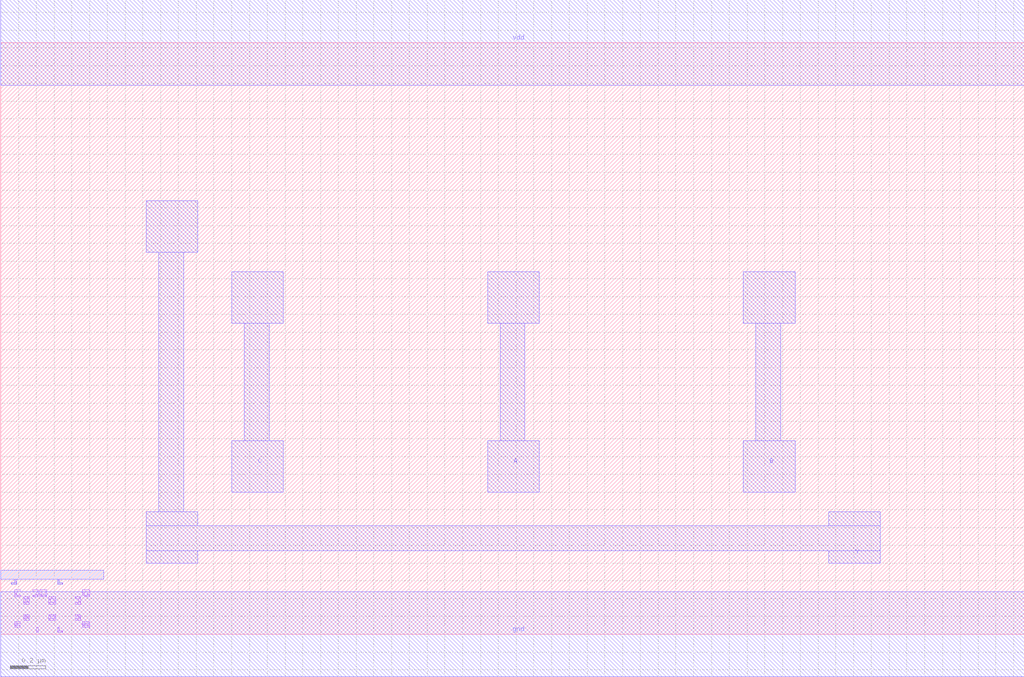
<source format=lef>
VERSION 5.7 ;
  NOWIREEXTENSIONATPIN ON ;
  DIVIDERCHAR "/" ;
  BUSBITCHARS "[]" ;
MACRO AOI21X1
  CLASS CORE ;
  FOREIGN AOI21X1 ;
  ORIGIN 0.000 0.000 ;
  SIZE 5.760 BY 3.330 ;
  SYMMETRY X Y R90 ;
  SITE unit ;
  PIN vdd
    DIRECTION INOUT ;
    USE POWER ;
    SHAPE ABUTMENT ;
    PORT
      LAYER met1 ;
        RECT 0.000 3.090 5.760 3.570 ;
    END
  END vdd
  PIN gnd
    DIRECTION INOUT ;
    USE GROUND ;
    SHAPE ABUTMENT ;
    PORT
      LAYER met1 ;
        RECT 0.000 -0.240 5.760 0.240 ;
    END
  END gnd
  PIN Y
    DIRECTION INOUT ;
    USE SIGNAL ;
    SHAPE ABUTMENT ;
    PORT
      LAYER met1 ;
        RECT 0.820 2.150 1.110 2.440 ;
        RECT 0.890 0.690 1.030 2.150 ;
        RECT 0.820 0.610 1.110 0.690 ;
        RECT 4.660 0.610 4.950 0.690 ;
        RECT 0.820 0.470 4.950 0.610 ;
        RECT 0.820 0.400 1.110 0.470 ;
        RECT 4.660 0.400 4.950 0.470 ;
    END
  END Y
  PIN B
    DIRECTION INOUT ;
    USE SIGNAL ;
    SHAPE ABUTMENT ;
    PORT
      LAYER met1 ;
        RECT 4.180 1.750 4.470 2.040 ;
        RECT 4.250 1.090 4.390 1.750 ;
        RECT 4.180 0.800 4.470 1.090 ;
    END
  END B
  PIN A
    DIRECTION INOUT ;
    USE SIGNAL ;
    SHAPE ABUTMENT ;
    PORT
      LAYER met1 ;
        RECT 2.740 1.750 3.030 2.040 ;
        RECT 2.810 1.090 2.950 1.750 ;
        RECT 2.740 0.800 3.030 1.090 ;
    END
  END A
  PIN C
    DIRECTION INOUT ;
    USE SIGNAL ;
    SHAPE ABUTMENT ;
    PORT
      LAYER met1 ;
        RECT 1.300 1.750 1.590 2.040 ;
        RECT 1.370 1.090 1.510 1.750 ;
        RECT 1.300 0.800 1.590 1.090 ;
    END
  END C
  OBS
      LAYER li1 ;
        RECT 0.080 0.290 0.090 0.310 ;
        RECT 0.060 0.280 0.090 0.290 ;
        RECT 0.320 0.290 0.330 0.310 ;
        RECT 0.320 0.280 0.350 0.290 ;
        RECT 0.080 0.240 0.110 0.250 ;
        RECT 0.180 0.240 0.210 0.250 ;
        RECT 0.080 0.220 0.090 0.240 ;
        RECT 0.200 0.220 0.210 0.240 ;
        RECT 0.080 0.210 0.110 0.220 ;
        RECT 0.180 0.210 0.210 0.220 ;
        RECT 0.220 0.240 0.260 0.250 ;
        RECT 0.220 0.220 0.230 0.240 ;
        RECT 0.250 0.220 0.260 0.240 ;
        RECT 0.460 0.240 0.500 0.250 ;
        RECT 0.460 0.220 0.470 0.240 ;
        RECT 0.490 0.220 0.500 0.240 ;
        RECT 0.220 0.210 0.260 0.220 ;
        RECT 0.470 0.210 0.500 0.220 ;
        RECT 0.130 0.200 0.160 0.210 ;
        RECT 0.130 0.180 0.140 0.200 ;
        RECT 0.150 0.180 0.160 0.200 ;
        RECT 0.130 0.170 0.160 0.180 ;
        RECT 0.270 0.200 0.310 0.210 ;
        RECT 0.420 0.200 0.450 0.210 ;
        RECT 0.270 0.180 0.280 0.200 ;
        RECT 0.300 0.180 0.310 0.200 ;
        RECT 0.440 0.180 0.450 0.200 ;
        RECT 0.270 0.170 0.310 0.180 ;
        RECT 0.420 0.170 0.450 0.180 ;
        RECT 0.130 0.100 0.160 0.110 ;
        RECT 0.130 0.090 0.140 0.100 ;
        RECT 0.150 0.090 0.160 0.100 ;
        RECT 0.130 0.080 0.160 0.090 ;
        RECT 0.270 0.100 0.310 0.110 ;
        RECT 0.420 0.100 0.450 0.110 ;
        RECT 0.270 0.090 0.280 0.100 ;
        RECT 0.300 0.090 0.310 0.100 ;
        RECT 0.440 0.090 0.450 0.100 ;
        RECT 0.270 0.080 0.310 0.090 ;
        RECT 0.420 0.080 0.450 0.090 ;
        RECT 0.080 0.060 0.110 0.070 ;
        RECT 0.460 0.060 0.500 0.070 ;
        RECT 0.080 0.050 0.090 0.060 ;
        RECT 0.460 0.050 0.470 0.060 ;
        RECT 0.490 0.050 0.500 0.060 ;
        RECT 0.080 0.040 0.110 0.050 ;
        RECT 0.460 0.040 0.500 0.050 ;
        RECT 0.200 0.010 0.210 0.040 ;
        RECT 0.320 0.020 0.330 0.040 ;
        RECT 0.320 0.010 0.350 0.020 ;
      LAYER met1 ;
        RECT 0.000 0.310 0.580 0.360 ;
        RECT 0.080 0.290 0.090 0.310 ;
        RECT 0.060 0.280 0.090 0.290 ;
        RECT 0.320 0.290 0.330 0.310 ;
        RECT 0.320 0.280 0.350 0.290 ;
  END
END AOI21X1
END LIBRARY


</source>
